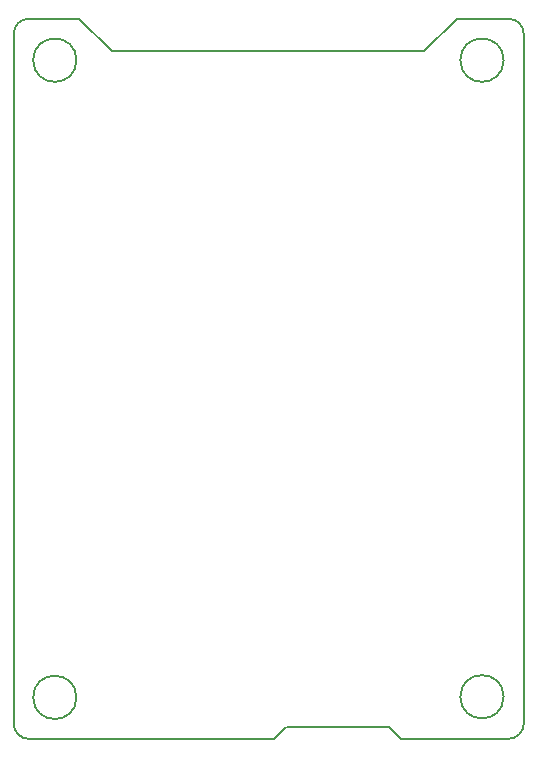
<source format=gm1>
G04 #@! TF.FileFunction,Profile,NP*
%FSLAX46Y46*%
G04 Gerber Fmt 4.6, Leading zero omitted, Abs format (unit mm)*
G04 Created by KiCad (PCBNEW 4.0.6-e0-6349~52~ubuntu16.10.1) date Wed Mar 29 09:33:53 2017*
%MOMM*%
%LPD*%
G01*
G04 APERTURE LIST*
%ADD10C,0.100000*%
%ADD11C,0.200000*%
%ADD12C,0.150000*%
G04 APERTURE END LIST*
D10*
D11*
X187375800Y-60960000D02*
X191744600Y-60960000D01*
X184632600Y-63703200D02*
X187375800Y-60960000D01*
X158165800Y-63703200D02*
X184632600Y-63703200D01*
X155422600Y-60960000D02*
X158165800Y-63703200D01*
X151104600Y-60960000D02*
X155422600Y-60960000D01*
X172948600Y-120904000D02*
X171932600Y-121920000D01*
X171932600Y-121920000D02*
X151155400Y-121920000D01*
X182651400Y-121920000D02*
X191744600Y-121920000D01*
X155172124Y-64465200D02*
G75*
G03X155172124Y-64465200I-1832324J0D01*
G01*
X191341724Y-118364000D02*
G75*
G03X191341724Y-118364000I-1832324J0D01*
G01*
X155172124Y-118414800D02*
G75*
G03X155172124Y-118414800I-1832324J0D01*
G01*
X191341724Y-64465200D02*
G75*
G03X191341724Y-64465200I-1832324J0D01*
G01*
D12*
X172974000Y-120904000D02*
X181610000Y-120904000D01*
X182626000Y-121920000D02*
X181610000Y-120904000D01*
X191770000Y-121920000D02*
G75*
G03X193040000Y-120650000I0J1270000D01*
G01*
X149860000Y-120650000D02*
G75*
G03X151130000Y-121920000I1270000J0D01*
G01*
X193040000Y-62230000D02*
G75*
G03X191770000Y-60960000I-1270000J0D01*
G01*
X151130000Y-60960000D02*
G75*
G03X149860000Y-62230000I0J-1270000D01*
G01*
X193040000Y-120650000D02*
X193040000Y-62230000D01*
X149860000Y-62230000D02*
X149860000Y-120650000D01*
M02*

</source>
